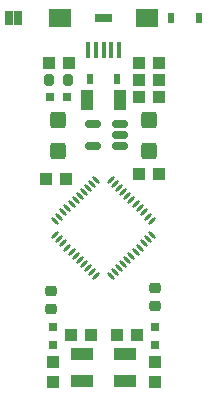
<source format=gbr>
%TF.GenerationSoftware,KiCad,Pcbnew,8.0.4*%
%TF.CreationDate,2024-10-20T10:17:19-04:00*%
%TF.ProjectId,ABSIS_Pro_Micro,41425349-535f-4507-926f-5f4d6963726f,rev?*%
%TF.SameCoordinates,Original*%
%TF.FileFunction,Paste,Top*%
%TF.FilePolarity,Positive*%
%FSLAX46Y46*%
G04 Gerber Fmt 4.6, Leading zero omitted, Abs format (unit mm)*
G04 Created by KiCad (PCBNEW 8.0.4) date 2024-10-20 10:17:19*
%MOMM*%
%LPD*%
G01*
G04 APERTURE LIST*
G04 Aperture macros list*
%AMRoundRect*
0 Rectangle with rounded corners*
0 $1 Rounding radius*
0 $2 $3 $4 $5 $6 $7 $8 $9 X,Y pos of 4 corners*
0 Add a 4 corners polygon primitive as box body*
4,1,4,$2,$3,$4,$5,$6,$7,$8,$9,$2,$3,0*
0 Add four circle primitives for the rounded corners*
1,1,$1+$1,$2,$3*
1,1,$1+$1,$4,$5*
1,1,$1+$1,$6,$7*
1,1,$1+$1,$8,$9*
0 Add four rect primitives between the rounded corners*
20,1,$1+$1,$2,$3,$4,$5,0*
20,1,$1+$1,$4,$5,$6,$7,0*
20,1,$1+$1,$6,$7,$8,$9,0*
20,1,$1+$1,$8,$9,$2,$3,0*%
G04 Aperture macros list end*
%ADD10C,0.000000*%
%ADD11RoundRect,0.225000X0.250000X-0.225000X0.250000X0.225000X-0.250000X0.225000X-0.250000X-0.225000X0*%
%ADD12RoundRect,0.250000X-0.425000X0.450000X-0.425000X-0.450000X0.425000X-0.450000X0.425000X0.450000X0*%
%ADD13RoundRect,0.200000X-0.200000X-0.275000X0.200000X-0.275000X0.200000X0.275000X-0.200000X0.275000X0*%
%ADD14R,0.800000X0.800000*%
%ADD15R,1.100000X1.000000*%
%ADD16R,1.000000X1.100000*%
%ADD17RoundRect,0.150000X0.512500X0.150000X-0.512500X0.150000X-0.512500X-0.150000X0.512500X-0.150000X0*%
%ADD18RoundRect,0.127500X0.208597X-0.176777X-0.176777X0.208597X-0.208597X0.176777X0.176777X-0.208597X0*%
%ADD19RoundRect,0.127500X-0.208597X0.176777X0.176777X-0.208597X0.208597X-0.176777X-0.176777X0.208597X0*%
%ADD20RoundRect,0.127500X0.176777X0.208597X-0.208597X-0.176777X-0.176777X-0.208597X0.208597X0.176777X0*%
%ADD21RoundRect,0.127500X-0.176777X-0.208597X0.208597X0.176777X0.176777X0.208597X-0.208597X-0.176777X0*%
%ADD22R,1.900000X1.100000*%
%ADD23R,0.400000X1.400000*%
%ADD24R,1.000000X1.800000*%
%ADD25R,0.630000X0.830000*%
%ADD26R,0.635000X1.270000*%
G04 APERTURE END LIST*
D10*
%TO.C,USB1*%
G36*
X145717100Y-90513600D02*
G01*
X143917100Y-90513600D01*
X143917100Y-89013600D01*
X145717100Y-89013600D01*
X145717100Y-90513600D01*
G37*
G36*
X149251100Y-90113600D02*
G01*
X147751100Y-90113600D01*
X147751100Y-89413600D01*
X149251100Y-89413600D01*
X149251100Y-90113600D01*
G37*
G36*
X153085100Y-90513600D02*
G01*
X151285100Y-90513600D01*
X151285100Y-89013600D01*
X153085100Y-89013600D01*
X153085100Y-90513600D01*
G37*
%TD*%
D11*
%TO.C,C3*%
X144068800Y-114414600D03*
X144068800Y-112864600D03*
%TD*%
D12*
%TO.C,C2*%
X144678400Y-98360241D03*
X144678400Y-101060241D03*
%TD*%
D13*
%TO.C,R1*%
X143853400Y-95026482D03*
X145503400Y-95026482D03*
%TD*%
D14*
%TO.C,D2*%
X143928400Y-96479360D03*
X145428400Y-96479360D03*
%TD*%
D15*
%TO.C,R4*%
X143841100Y-93573600D03*
X145541100Y-93573600D03*
%TD*%
D11*
%TO.C,C4*%
X152819100Y-114160600D03*
X152819100Y-112610600D03*
%TD*%
D15*
%TO.C,C7*%
X153199200Y-102956360D03*
X151499200Y-102956360D03*
%TD*%
D16*
%TO.C,R5*%
X152819100Y-120585600D03*
X152819100Y-118885600D03*
%TD*%
D14*
%TO.C,D3*%
X152819100Y-115937600D03*
X152819100Y-117437600D03*
%TD*%
D17*
%TO.C,U1*%
X149884981Y-100609438D03*
X149884981Y-99659438D03*
X149884981Y-98709438D03*
X147609981Y-98709438D03*
X147609981Y-100609438D03*
%TD*%
D12*
%TO.C,C1*%
X152333959Y-98360241D03*
X152333959Y-101060241D03*
%TD*%
D18*
%TO.C,U3*%
X147884856Y-103441320D03*
X147536253Y-103789924D03*
X147187649Y-104138527D03*
X146839046Y-104487131D03*
X146490442Y-104835735D03*
X146141838Y-105184338D03*
D19*
X145793235Y-105532942D03*
X145444631Y-105881546D03*
X145096027Y-106230149D03*
X144747424Y-106578753D03*
X144398820Y-106927356D03*
D20*
X144398820Y-108159844D03*
X144747424Y-108508447D03*
X145096027Y-108857051D03*
X145444631Y-109205654D03*
X145793235Y-109554258D03*
X146141838Y-109902862D03*
D21*
X146490442Y-110251465D03*
X146839046Y-110600069D03*
X147187649Y-110948673D03*
X147536253Y-111297276D03*
X147884856Y-111645880D03*
D19*
X149117344Y-111645880D03*
X149465947Y-111297276D03*
X149814551Y-110948673D03*
X150163154Y-110600069D03*
X150511758Y-110251465D03*
X150860362Y-109902862D03*
D18*
X151208965Y-109554258D03*
X151557569Y-109205654D03*
X151906173Y-108857051D03*
X152254776Y-108508447D03*
X152603380Y-108159844D03*
D21*
X152603380Y-106927356D03*
X152254776Y-106578753D03*
X151906173Y-106230149D03*
X151557569Y-105881546D03*
X151208965Y-105532942D03*
X150860362Y-105184338D03*
D20*
X150511758Y-104835735D03*
X150163154Y-104487131D03*
X149814551Y-104138527D03*
X149465947Y-103789924D03*
X149117344Y-103441320D03*
%TD*%
D22*
%TO.C,Y1*%
X146651100Y-120504600D03*
X150351100Y-120504600D03*
X150351100Y-118204600D03*
X146651100Y-118204600D03*
%TD*%
D15*
%TO.C,C8*%
X151319600Y-116586000D03*
X149619600Y-116586000D03*
%TD*%
%TO.C,C9*%
X147408000Y-116586000D03*
X145708000Y-116586000D03*
%TD*%
%TO.C,C6*%
X145315037Y-103377994D03*
X143615037Y-103377994D03*
%TD*%
%TO.C,C5*%
X153173800Y-96479360D03*
X151473800Y-96479360D03*
%TD*%
D16*
%TO.C,R6*%
X144183100Y-120585600D03*
X144183100Y-118885600D03*
%TD*%
D14*
%TO.C,D4*%
X144183100Y-115937600D03*
X144183100Y-117437600D03*
%TD*%
D15*
%TO.C,R2*%
X153161100Y-95026482D03*
X151461100Y-95026482D03*
%TD*%
%TO.C,R3*%
X153161100Y-93573600D03*
X151461100Y-93573600D03*
%TD*%
D23*
%TO.C,USB1*%
X148501100Y-92463600D03*
X149151100Y-92463600D03*
X147201100Y-92463600D03*
X147851100Y-92463600D03*
X149801100Y-92463600D03*
%TD*%
D24*
%TO.C,F1*%
X149901100Y-96748600D03*
X147101100Y-96748600D03*
%TD*%
D25*
%TO.C,D1*%
X149651100Y-94945200D03*
X147351100Y-94945200D03*
%TD*%
D26*
%TO.C,SJ1*%
X141293000Y-89763600D03*
X140469200Y-89763600D03*
%TD*%
D25*
%TO.C,D5*%
X154247200Y-89763600D03*
X156547200Y-89763600D03*
%TD*%
M02*

</source>
